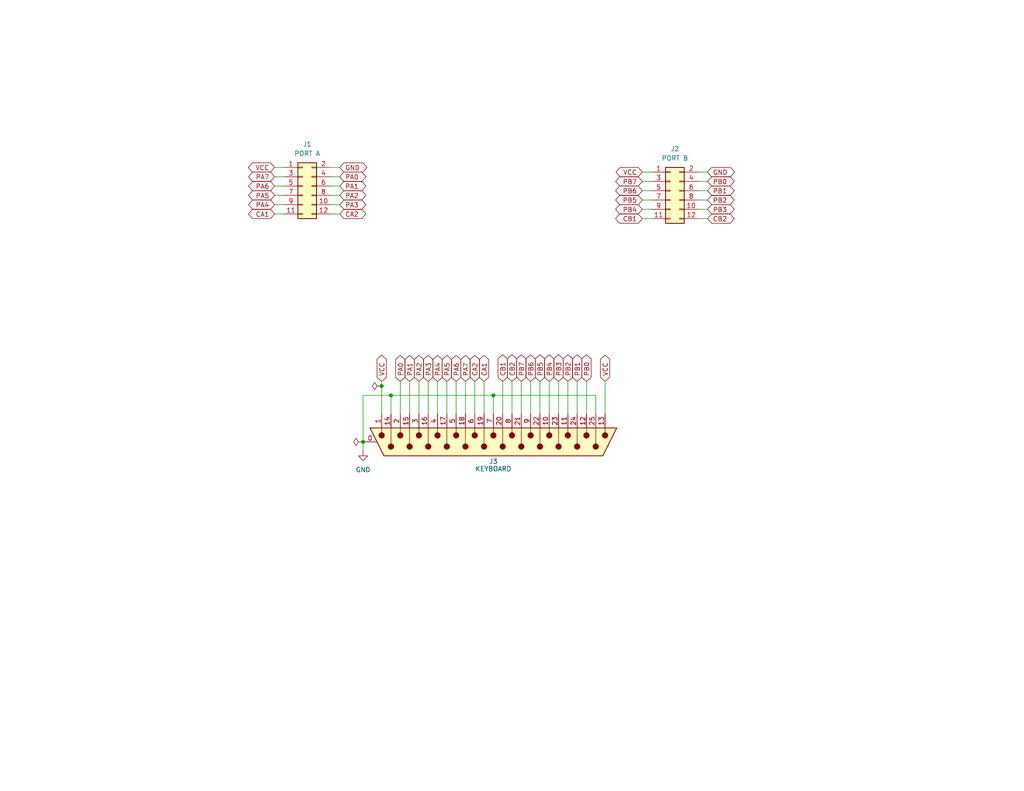
<source format=kicad_sch>
(kicad_sch (version 20250114) (generator "eeschema") (generator_version "9.0")
  (paper "USLetter")
  (title_block (title "6502 GPIO DB25 Helper") (date "2025-09-28") (rev "1.0") (company "A.C. Wright Design"))
  (lib_symbols
    (symbol "Connector:DB25_Pins_MountingHoles" (pin_names (offset 1.016) (hide yes))
      (property "Reference" "J" (at 0 36.83 0))
      (property "Value" "DB25_Pins_MountingHoles" (at 0 34.925 0))
      (symbol "DB25_Pins_MountingHoles_0_1"
        (polyline (pts (xy -3.81 30.48) (xy -2.54 30.48)))
        (polyline (pts (xy -3.81 27.94) (xy 0.508 27.94)))
        (polyline (pts (xy -3.81 25.4) (xy -2.54 25.4)))
        (polyline (pts (xy -3.81 22.86) (xy 0.508 22.86)))
        (polyline (pts (xy -3.81 20.32) (xy -2.54 20.32)))
        (polyline (pts (xy -3.81 17.78) (xy 0.508 17.78)))
        (polyline (pts (xy -3.81 15.24) (xy -2.54 15.24)))
        (polyline (pts (xy -3.81 12.7) (xy 0.508 12.7)))
        (polyline (pts (xy -3.81 10.16) (xy -2.54 10.16)))
        (polyline (pts (xy -3.81 7.62) (xy 0.508 7.62)))
        (polyline (pts (xy -3.81 5.08) (xy -2.54 5.08)))
        (polyline (pts (xy -3.81 2.54) (xy 0.508 2.54)))
        (polyline (pts (xy -3.81 0) (xy -2.54 0)))
        (polyline (pts (xy -3.81 -2.54) (xy 0.508 -2.54)))
        (polyline (pts (xy -3.81 -5.08) (xy -2.54 -5.08)))
        (polyline (pts (xy -3.81 -7.62) (xy 0.508 -7.62)))
        (polyline (pts (xy -3.81 -10.16) (xy -2.54 -10.16)))
        (polyline (pts (xy -3.81 -12.7) (xy 0.508 -12.7)))
        (polyline (pts (xy -3.81 -15.24) (xy -2.54 -15.24)))
        (polyline (pts (xy -3.81 -17.78) (xy 0.508 -17.78)))
        (polyline (pts (xy -3.81 -20.32) (xy -2.54 -20.32)))
        (polyline (pts (xy -3.81 -22.86) (xy 0.508 -22.86)))
        (polyline (pts (xy -3.81 -25.4) (xy -2.54 -25.4)))
        (polyline (pts (xy -3.81 -27.94) (xy 0.508 -27.94)))
        (polyline (pts (xy -3.81 -30.48) (xy -2.54 -30.48)))
        (polyline (pts (xy -3.81 -33.655) (xy 3.81 -29.845) (xy 3.81 29.845) (xy -3.81 33.655) (xy -3.81 -33.655)) (stroke (width 0.254)) (fill (type background)))
        (circle (center -1.778 30.48) (radius 0.762) (fill (type outline)))
        (circle (center -1.778 25.4) (radius 0.762) (fill (type outline)))
        (circle (center -1.778 20.32) (radius 0.762) (fill (type outline)))
        (circle (center -1.778 15.24) (radius 0.762) (fill (type outline)))
        (circle (center -1.778 10.16) (radius 0.762) (fill (type outline)))
        (circle (center -1.778 5.08) (radius 0.762) (fill (type outline)))
        (circle (center -1.778 0) (radius 0.762) (fill (type outline)))
        (circle (center -1.778 -5.08) (radius 0.762) (fill (type outline)))
        (circle (center -1.778 -10.16) (radius 0.762) (fill (type outline)))
        (circle (center -1.778 -15.24) (radius 0.762) (fill (type outline)))
        (circle (center -1.778 -20.32) (radius 0.762) (fill (type outline)))
        (circle (center -1.778 -25.4) (radius 0.762) (fill (type outline)))
        (circle (center -1.778 -30.48) (radius 0.762) (fill (type outline)))
        (circle (center 1.27 27.94) (radius 0.762) (fill (type outline)))
        (circle (center 1.27 22.86) (radius 0.762) (fill (type outline)))
        (circle (center 1.27 17.78) (radius 0.762) (fill (type outline)))
        (circle (center 1.27 12.7) (radius 0.762) (fill (type outline)))
        (circle (center 1.27 7.62) (radius 0.762) (fill (type outline)))
        (circle (center 1.27 2.54) (radius 0.762) (fill (type outline)))
        (circle (center 1.27 -2.54) (radius 0.762) (fill (type outline)))
        (circle (center 1.27 -7.62) (radius 0.762) (fill (type outline)))
        (circle (center 1.27 -12.7) (radius 0.762) (fill (type outline)))
        (circle (center 1.27 -17.78) (radius 0.762) (fill (type outline)))
        (circle (center 1.27 -22.86) (radius 0.762) (fill (type outline)))
        (circle (center 1.27 -27.94) (radius 0.762) (fill (type outline)))
      )
      (symbol "DB25_Pins_MountingHoles_1_1"
        (pin passive line (at -7.62 30.48 0) (length 3.81) (name "13") (number "13"))
        (pin passive line (at -7.62 27.94 0) (length 3.81) (name "P25") (number "25"))
        (pin passive line (at -7.62 25.4 0) (length 3.81) (name "12") (number "12"))
        (pin passive line (at -7.62 22.86 0) (length 3.81) (name "P24") (number "24"))
        (pin passive line (at -7.62 20.32 0) (length 3.81) (name "11") (number "11"))
        (pin passive line (at -7.62 17.78 0) (length 3.81) (name "P23") (number "23"))
        (pin passive line (at -7.62 15.24 0) (length 3.81) (name "10") (number "10"))
        (pin passive line (at -7.62 12.7 0) (length 3.81) (name "P22") (number "22"))
        (pin passive line (at -7.62 10.16 0) (length 3.81) (name "9") (number "9"))
        (pin passive line (at -7.62 7.62 0) (length 3.81) (name "P21") (number "21"))
        (pin passive line (at -7.62 5.08 0) (length 3.81) (name "8") (number "8"))
        (pin passive line (at -7.62 2.54 0) (length 3.81) (name "P20") (number "20"))
        (pin passive line (at -7.62 0 0) (length 3.81) (name "7") (number "7"))
        (pin passive line (at -7.62 -2.54 0) (length 3.81) (name "P19") (number "19"))
        (pin passive line (at -7.62 -5.08 0) (length 3.81) (name "6") (number "6"))
        (pin passive line (at -7.62 -7.62 0) (length 3.81) (name "P18") (number "18"))
        (pin passive line (at -7.62 -10.16 0) (length 3.81) (name "5") (number "5"))
        (pin passive line (at -7.62 -12.7 0) (length 3.81) (name "P17") (number "17"))
        (pin passive line (at -7.62 -15.24 0) (length 3.81) (name "4") (number "4"))
        (pin passive line (at -7.62 -17.78 0) (length 3.81) (name "P16") (number "16"))
        (pin passive line (at -7.62 -20.32 0) (length 3.81) (name "3") (number "3"))
        (pin passive line (at -7.62 -22.86 0) (length 3.81) (name "P15") (number "15"))
        (pin passive line (at -7.62 -25.4 0) (length 3.81) (name "2") (number "2"))
        (pin passive line (at -7.62 -27.94 0) (length 3.81) (name "P14") (number "14"))
        (pin passive line (at -7.62 -30.48 0) (length 3.81) (name "1") (number "1"))
        (pin passive line (at 0 -35.56 90) (length 3.81) (name "PAD") (number "0"))
      )
    )
    (symbol "Connector_Generic:Conn_02x06_Odd_Even" (pin_names (offset 1.016) (hide yes))
      (property "Reference" "J" (at 1.27 7.62 0))
      (property "Value" "Conn_02x06_Odd_Even" (at 1.27 -10.16 0))
      (symbol "Conn_02x06_Odd_Even_1_1"
        (rectangle (start -1.27 6.35) (end 3.81 -8.89) (stroke (width 0.254)) (fill (type background)))
        (rectangle (start -1.27 5.207) (end 0 4.953) (stroke (width 0.1524)))
        (rectangle (start -1.27 2.667) (end 0 2.413) (stroke (width 0.1524)))
        (rectangle (start -1.27 0.127) (end 0 -0.127) (stroke (width 0.1524)))
        (rectangle (start -1.27 -2.413) (end 0 -2.667) (stroke (width 0.1524)))
        (rectangle (start -1.27 -4.953) (end 0 -5.207) (stroke (width 0.1524)))
        (rectangle (start -1.27 -7.493) (end 0 -7.747) (stroke (width 0.1524)))
        (rectangle (start 3.81 5.207) (end 2.54 4.953) (stroke (width 0.1524)))
        (rectangle (start 3.81 2.667) (end 2.54 2.413) (stroke (width 0.1524)))
        (rectangle (start 3.81 0.127) (end 2.54 -0.127) (stroke (width 0.1524)))
        (rectangle (start 3.81 -2.413) (end 2.54 -2.667) (stroke (width 0.1524)))
        (rectangle (start 3.81 -4.953) (end 2.54 -5.207) (stroke (width 0.1524)))
        (rectangle (start 3.81 -7.493) (end 2.54 -7.747) (stroke (width 0.1524)))
        (pin passive line (at -5.08 5.08 0) (length 3.81) (name "Pin_1") (number "1"))
        (pin passive line (at -5.08 2.54 0) (length 3.81) (name "Pin_3") (number "3"))
        (pin passive line (at -5.08 0 0) (length 3.81) (name "Pin_5") (number "5"))
        (pin passive line (at -5.08 -2.54 0) (length 3.81) (name "Pin_7") (number "7"))
        (pin passive line (at -5.08 -5.08 0) (length 3.81) (name "Pin_9") (number "9"))
        (pin passive line (at -5.08 -7.62 0) (length 3.81) (name "Pin_11") (number "11"))
        (pin passive line (at 7.62 5.08 180) (length 3.81) (name "Pin_2") (number "2"))
        (pin passive line (at 7.62 2.54 180) (length 3.81) (name "Pin_4") (number "4"))
        (pin passive line (at 7.62 0 180) (length 3.81) (name "Pin_6") (number "6"))
        (pin passive line (at 7.62 -2.54 180) (length 3.81) (name "Pin_8") (number "8"))
        (pin passive line (at 7.62 -5.08 180) (length 3.81) (name "Pin_10") (number "10"))
        (pin passive line (at 7.62 -7.62 180) (length 3.81) (name "Pin_12") (number "12"))
      )
    )
    (symbol "power:GND" (power) (pin_numbers (hide yes)) (pin_names (offset 0) (hide yes))
      (property "Value" "GND" (at 0 -3.81 0))
      (symbol "GND_0_1"
        (polyline (pts (xy 0 0) (xy 0 -1.27) (xy 1.27 -1.27) (xy 0 -2.54) (xy -1.27 -1.27) (xy 0 -1.27)))
      )
      (symbol "GND_1_1"
        (pin power_in line (at 0 0 270) (length 0) (name "~") (number "1"))
      )
    )
    (symbol "power:PWR_FLAG" (power) (pin_numbers (hide yes)) (pin_names (offset 0) (hide yes))
      (property "Value" "PWR_FLAG" (at 0 3.81 0))
      (symbol "PWR_FLAG_0_0"
        (pin power_out line (at 0 0 90) (length 0) (name "~") (number "1"))
      )
      (symbol "PWR_FLAG_0_1"
        (polyline (pts (xy 0 0) (xy 0 1.27) (xy -1.016 1.905) (xy 0 2.54) (xy 1.016 1.905) (xy 0 1.27)))
      )
    )
  )
  (junction (at 134.62 107.95))
  (junction (at 104.14 105.41))
  (junction (at 106.68 107.95))
  (junction (at 99.06 120.65))
  (wire (pts (xy 106.68 107.95) (xy 134.62 107.95)))
  (wire (pts (xy 157.48 104.14) (xy 157.48 113.03)))
  (wire (pts (xy 175.26 46.99) (xy 177.8 46.99)))
  (wire (pts (xy 134.62 107.95) (xy 162.56 107.95)))
  (wire (pts (xy 74.93 50.8) (xy 77.47 50.8)))
  (wire (pts (xy 99.06 107.95) (xy 106.68 107.95)))
  (wire (pts (xy 152.4 104.14) (xy 152.4 113.03)))
  (wire (pts (xy 104.14 105.41) (xy 104.14 113.03)))
  (wire (pts (xy 90.17 55.88) (xy 92.71 55.88)))
  (wire (pts (xy 104.14 104.14) (xy 104.14 105.41)))
  (wire (pts (xy 175.26 52.07) (xy 177.8 52.07)))
  (wire (pts (xy 90.17 45.72) (xy 92.71 45.72)))
  (wire (pts (xy 99.06 120.65) (xy 99.06 123.19)))
  (wire (pts (xy 90.17 58.42) (xy 92.71 58.42)))
  (wire (pts (xy 90.17 48.26) (xy 92.71 48.26)))
  (wire (pts (xy 90.17 53.34) (xy 92.71 53.34)))
  (wire (pts (xy 109.22 104.14) (xy 109.22 113.03)))
  (wire (pts (xy 149.86 104.14) (xy 149.86 113.03)))
  (wire (pts (xy 190.5 52.07) (xy 193.04 52.07)))
  (wire (pts (xy 137.16 104.14) (xy 137.16 113.03)))
  (wire (pts (xy 74.93 58.42) (xy 77.47 58.42)))
  (wire (pts (xy 129.54 104.14) (xy 129.54 113.03)))
  (wire (pts (xy 142.24 104.14) (xy 142.24 113.03)))
  (wire (pts (xy 74.93 45.72) (xy 77.47 45.72)))
  (wire (pts (xy 132.08 104.14) (xy 132.08 113.03)))
  (wire (pts (xy 165.1 104.14) (xy 165.1 113.03)))
  (wire (pts (xy 162.56 113.03) (xy 162.56 107.95)))
  (wire (pts (xy 190.5 59.69) (xy 193.04 59.69)))
  (wire (pts (xy 119.38 104.14) (xy 119.38 113.03)))
  (wire (pts (xy 114.3 104.14) (xy 114.3 113.03)))
  (wire (pts (xy 175.26 49.53) (xy 177.8 49.53)))
  (wire (pts (xy 127 104.14) (xy 127 113.03)))
  (wire (pts (xy 121.92 104.14) (xy 121.92 113.03)))
  (wire (pts (xy 175.26 54.61) (xy 177.8 54.61)))
  (wire (pts (xy 144.78 104.14) (xy 144.78 113.03)))
  (wire (pts (xy 190.5 49.53) (xy 193.04 49.53)))
  (wire (pts (xy 190.5 46.99) (xy 193.04 46.99)))
  (wire (pts (xy 111.76 104.14) (xy 111.76 113.03)))
  (wire (pts (xy 74.93 55.88) (xy 77.47 55.88)))
  (wire (pts (xy 154.94 104.14) (xy 154.94 113.03)))
  (wire (pts (xy 147.32 104.14) (xy 147.32 113.03)))
  (wire (pts (xy 160.02 104.14) (xy 160.02 113.03)))
  (wire (pts (xy 124.46 104.14) (xy 124.46 113.03)))
  (wire (pts (xy 139.7 104.14) (xy 139.7 113.03)))
  (wire (pts (xy 190.5 57.15) (xy 193.04 57.15)))
  (wire (pts (xy 116.84 104.14) (xy 116.84 113.03)))
  (wire (pts (xy 90.17 50.8) (xy 92.71 50.8)))
  (wire (pts (xy 175.26 59.69) (xy 177.8 59.69)))
  (wire (pts (xy 74.93 53.34) (xy 77.47 53.34)))
  (wire (pts (xy 99.06 107.95) (xy 99.06 120.65)))
  (wire (pts (xy 74.93 48.26) (xy 77.47 48.26)))
  (wire (pts (xy 190.5 54.61) (xy 193.04 54.61)))
  (wire (pts (xy 106.68 113.03) (xy 106.68 107.95)))
  (wire (pts (xy 134.62 107.95) (xy 134.62 113.03)))
  (wire (pts (xy 175.26 57.15) (xy 177.8 57.15)))
  (global_label "GND" (shape bidirectional) (at 193.04 46.99 0) (property "Intersheetrefs" "${INTERSHEET_REFS}" (effects (hide yes))))
  (global_label "PA4" (shape bidirectional) (at 119.38 104.14 90) (property "Intersheetrefs" "${INTERSHEET_REFS}" (effects (hide yes))))
  (global_label "PB5" (shape bidirectional) (at 147.32 104.14 90) (property "Intersheetrefs" "${INTERSHEET_REFS}" (effects (hide yes))))
  (global_label "PB1" (shape bidirectional) (at 193.04 52.07 0) (property "Intersheetrefs" "${INTERSHEET_REFS}" (effects (hide yes))))
  (global_label "PA0" (shape bidirectional) (at 109.22 104.14 90) (property "Intersheetrefs" "${INTERSHEET_REFS}" (effects (hide yes))))
  (global_label "PA6" (shape bidirectional) (at 124.46 104.14 90) (property "Intersheetrefs" "${INTERSHEET_REFS}" (effects (hide yes))))
  (global_label "CB2" (shape bidirectional) (at 139.7 104.14 90) (property "Intersheetrefs" "${INTERSHEET_REFS}" (effects (hide yes))))
  (global_label "PB6" (shape bidirectional) (at 175.26 52.07 180) (property "Intersheetrefs" "${INTERSHEET_REFS}" (effects (hide yes))))
  (global_label "PB1" (shape bidirectional) (at 157.48 104.14 90) (property "Intersheetrefs" "${INTERSHEET_REFS}" (effects (hide yes))))
  (global_label "PA7" (shape bidirectional) (at 74.93 48.26 180) (property "Intersheetrefs" "${INTERSHEET_REFS}" (effects (hide yes))))
  (global_label "PA4" (shape bidirectional) (at 74.93 55.88 180) (property "Intersheetrefs" "${INTERSHEET_REFS}" (effects (hide yes))))
  (global_label "PB4" (shape bidirectional) (at 149.86 104.14 90) (property "Intersheetrefs" "${INTERSHEET_REFS}" (effects (hide yes))))
  (global_label "PB2" (shape bidirectional) (at 154.94 104.14 90) (property "Intersheetrefs" "${INTERSHEET_REFS}" (effects (hide yes))))
  (global_label "PA0" (shape bidirectional) (at 92.71 48.26 0) (property "Intersheetrefs" "${INTERSHEET_REFS}" (effects (hide yes))))
  (global_label "PB3" (shape bidirectional) (at 152.4 104.14 90) (property "Intersheetrefs" "${INTERSHEET_REFS}" (effects (hide yes))))
  (global_label "PB7" (shape bidirectional) (at 142.24 104.14 90) (property "Intersheetrefs" "${INTERSHEET_REFS}" (effects (hide yes))))
  (global_label "PA1" (shape bidirectional) (at 111.76 104.14 90) (property "Intersheetrefs" "${INTERSHEET_REFS}" (effects (hide yes))))
  (global_label "PB6" (shape bidirectional) (at 144.78 104.14 90) (property "Intersheetrefs" "${INTERSHEET_REFS}" (effects (hide yes))))
  (global_label "VCC" (shape bidirectional) (at 74.93 45.72 180) (property "Intersheetrefs" "${INTERSHEET_REFS}" (effects (hide yes))))
  (global_label "PB0" (shape bidirectional) (at 160.02 104.14 90) (property "Intersheetrefs" "${INTERSHEET_REFS}" (effects (hide yes))))
  (global_label "CA1" (shape bidirectional) (at 74.93 58.42 180) (property "Intersheetrefs" "${INTERSHEET_REFS}" (effects (hide yes))))
  (global_label "PA6" (shape bidirectional) (at 74.93 50.8 180) (property "Intersheetrefs" "${INTERSHEET_REFS}" (effects (hide yes))))
  (global_label "CA2" (shape bidirectional) (at 129.54 104.14 90) (property "Intersheetrefs" "${INTERSHEET_REFS}" (effects (hide yes))))
  (global_label "PA1" (shape bidirectional) (at 92.71 50.8 0) (property "Intersheetrefs" "${INTERSHEET_REFS}" (effects (hide yes))))
  (global_label "CB1" (shape bidirectional) (at 137.16 104.14 90) (property "Intersheetrefs" "${INTERSHEET_REFS}" (effects (hide yes))))
  (global_label "PB4" (shape bidirectional) (at 175.26 57.15 180) (property "Intersheetrefs" "${INTERSHEET_REFS}" (effects (hide yes))))
  (global_label "PB0" (shape bidirectional) (at 193.04 49.53 0) (property "Intersheetrefs" "${INTERSHEET_REFS}" (effects (hide yes))))
  (global_label "CA2" (shape bidirectional) (at 92.71 58.42 0) (property "Intersheetrefs" "${INTERSHEET_REFS}" (effects (hide yes))))
  (global_label "PA5" (shape bidirectional) (at 121.92 104.14 90) (property "Intersheetrefs" "${INTERSHEET_REFS}" (effects (hide yes))))
  (global_label "PB5" (shape bidirectional) (at 175.26 54.61 180) (property "Intersheetrefs" "${INTERSHEET_REFS}" (effects (hide yes))))
  (global_label "PB7" (shape bidirectional) (at 175.26 49.53 180) (property "Intersheetrefs" "${INTERSHEET_REFS}" (effects (hide yes))))
  (global_label "PA3" (shape bidirectional) (at 116.84 104.14 90) (property "Intersheetrefs" "${INTERSHEET_REFS}" (effects (hide yes))))
  (global_label "PB2" (shape bidirectional) (at 193.04 54.61 0) (property "Intersheetrefs" "${INTERSHEET_REFS}" (effects (hide yes))))
  (global_label "VCC" (shape bidirectional) (at 165.1 104.14 90) (property "Intersheetrefs" "${INTERSHEET_REFS}" (effects (hide yes))))
  (global_label "VCC" (shape bidirectional) (at 175.26 46.99 180) (property "Intersheetrefs" "${INTERSHEET_REFS}" (effects (hide yes))))
  (global_label "PA2" (shape bidirectional) (at 114.3 104.14 90) (property "Intersheetrefs" "${INTERSHEET_REFS}" (effects (hide yes))))
  (global_label "GND" (shape bidirectional) (at 92.71 45.72 0) (property "Intersheetrefs" "${INTERSHEET_REFS}" (effects (hide yes))))
  (global_label "PA2" (shape bidirectional) (at 92.71 53.34 0) (property "Intersheetrefs" "${INTERSHEET_REFS}" (effects (hide yes))))
  (global_label "CA1" (shape bidirectional) (at 132.08 104.14 90) (property "Intersheetrefs" "${INTERSHEET_REFS}" (effects (hide yes))))
  (global_label "PA5" (shape bidirectional) (at 74.93 53.34 180) (property "Intersheetrefs" "${INTERSHEET_REFS}" (effects (hide yes))))
  (global_label "PA7" (shape bidirectional) (at 127 104.14 90) (property "Intersheetrefs" "${INTERSHEET_REFS}" (effects (hide yes))))
  (global_label "VCC" (shape bidirectional) (at 104.14 104.14 90) (property "Intersheetrefs" "${INTERSHEET_REFS}" (effects (hide yes))))
  (global_label "CB1" (shape bidirectional) (at 175.26 59.69 180) (property "Intersheetrefs" "${INTERSHEET_REFS}" (effects (hide yes))))
  (global_label "PA3" (shape bidirectional) (at 92.71 55.88 0) (property "Intersheetrefs" "${INTERSHEET_REFS}" (effects (hide yes))))
  (global_label "CB2" (shape bidirectional) (at 193.04 59.69 0) (property "Intersheetrefs" "${INTERSHEET_REFS}" (effects (hide yes))))
  (global_label "PB3" (shape bidirectional) (at 193.04 57.15 0) (property "Intersheetrefs" "${INTERSHEET_REFS}" (effects (hide yes))))
  (symbol (lib_id "Connector_Generic:Conn_02x06_Odd_Even") (at 182.88 52.07 0) (unit 1) (in_bom no)
    (property "Reference" "J2" (at 184.15 40.64 0))
    (property "Value" "PORT B" (at 184.15 43.18 0))
    (property "Footprint" "6502 Parts:6502 GPIO Connector" (effects (hide yes)))
    (property "Description" "Generic connector, double row, 02x06, odd/even pin numbering scheme (row 1 odd numbers, row 2 even numbers), script generated (kicad-library-utils/schlib/autogen/connector/)" (effects (hide yes)))
  )
  (symbol (lib_id "power:PWR_FLAG") (at 99.06 120.65 90) (unit 1)
    (property "Reference" "#FLG01" (effects (hide yes)))
    (property "Value" "PWR_FLAG" (effects (hide yes)))
    (property "Description" "Special symbol for telling ERC where power comes from" (effects (hide yes)))
  )
  (symbol (lib_id "power:PWR_FLAG") (at 104.14 105.41 90) (unit 1)
    (property "Reference" "#FLG02" (effects (hide yes)))
    (property "Value" "PWR_FLAG" (effects (hide yes)))
    (property "Description" "Special symbol for telling ERC where power comes from" (effects (hide yes)))
  )
  (symbol (lib_id "Connector_Generic:Conn_02x06_Odd_Even") (at 82.55 50.8 0) (unit 1) (in_bom no)
    (property "Reference" "J1" (at 83.82 39.37 0))
    (property "Value" "PORT A" (at 83.82 41.91 0))
    (property "Footprint" "6502 Parts:6502 GPIO Connector" (effects (hide yes)))
    (property "Description" "Generic connector, double row, 02x06, odd/even pin numbering scheme (row 1 odd numbers, row 2 even numbers), script generated (kicad-library-utils/schlib/autogen/connector/)" (effects (hide yes)))
  )
  (symbol (lib_id "Connector:DB25_Pins_MountingHoles") (at 134.62 120.65 270) (unit 1) (in_bom no)
    (property "Reference" "J3" (at 134.62 125.984 90))
    (property "Value" "KEYBOARD" (at 134.62 128.016 90))
    (property "Footprint" "Connector_Dsub:DSUB-25_Pins_Horizontal_P2.77x2.84mm_EdgePinOffset7.70mm_Housed_MountingHolesOffset9.12mm" (effects (hide yes)))
    (property "Description" "25-pin D-SUB connector, pins (male), Mounting Hole" (effects (hide yes)))
    (property "Digikey" "609-1505-ND" (effects (hide yes)))
    (property "MPN" "D25P33E4GX00LF" (effects (hide yes)))
  )
  (symbol (lib_id "power:GND") (at 99.06 123.19 0) (unit 1)
    (property "Reference" "#PWR03" (effects (hide yes)))
    (property "Value" "GND" (at 99.06 128.27 0))
    (property "Description" "Power symbol creates a global label with name \"GND\" , ground" (effects (hide yes)))
  )
)
</source>
